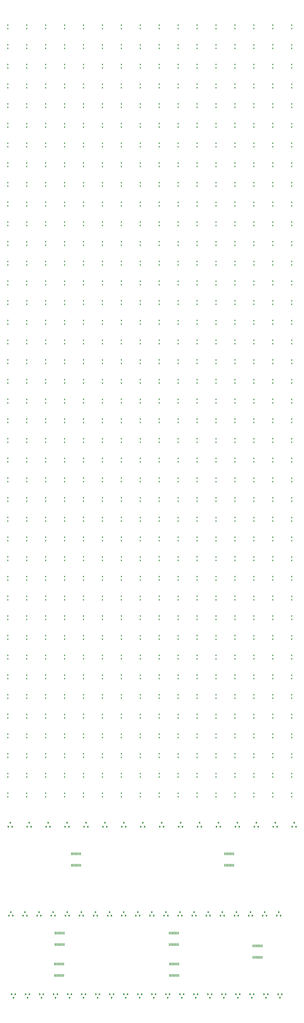
<source format=gbp>
G04 Layer_Color=128*
%FSLAX25Y25*%
%MOIN*%
G70*
G01*
G75*
%ADD16R,0.03157X0.03827*%
%ADD17R,0.01400X0.05800*%
%ADD18R,0.03150X0.03543*%
%ADD19R,0.01968X0.03150*%
D16*
X4263781Y2291984D02*
D03*
X4260041Y2285016D02*
D03*
X4267521D02*
D03*
X4292083Y2291984D02*
D03*
X4288343Y2285016D02*
D03*
X4295823D02*
D03*
X4320385Y2291984D02*
D03*
X4316645Y2285016D02*
D03*
X4324125D02*
D03*
X4348687Y2291984D02*
D03*
X4344947Y2285016D02*
D03*
X4352428D02*
D03*
X4376990Y2291984D02*
D03*
X4373249Y2285016D02*
D03*
X4380730D02*
D03*
X4433594Y2291984D02*
D03*
X4429853Y2285016D02*
D03*
X4437334D02*
D03*
X4461896Y2291984D02*
D03*
X4458155Y2285016D02*
D03*
X4465636D02*
D03*
X4490198Y2291984D02*
D03*
X4486458Y2285016D02*
D03*
X4493938D02*
D03*
X4518500Y2291984D02*
D03*
X4514760Y2285016D02*
D03*
X4522240D02*
D03*
X4546802Y2291984D02*
D03*
X4543062Y2285016D02*
D03*
X4550542D02*
D03*
X4575104Y2291984D02*
D03*
X4571364Y2285016D02*
D03*
X4578844D02*
D03*
X4603407Y2291984D02*
D03*
X4599666Y2285016D02*
D03*
X4607146D02*
D03*
X4631709Y2291984D02*
D03*
X4627968Y2285016D02*
D03*
X4635448D02*
D03*
X4660011Y2291984D02*
D03*
X4656270Y2285016D02*
D03*
X4663750D02*
D03*
X4688313Y2291984D02*
D03*
X4684572Y2285016D02*
D03*
X4692053D02*
D03*
X4716615Y2291984D02*
D03*
X4712875Y2285016D02*
D03*
X4720355D02*
D03*
X4744917Y2291984D02*
D03*
X4741177Y2285016D02*
D03*
X4748657D02*
D03*
X4773219Y2291984D02*
D03*
X4769479Y2285016D02*
D03*
X4776959D02*
D03*
X4801521Y2291984D02*
D03*
X4797781Y2285016D02*
D03*
X4805261D02*
D03*
X4804000Y2120516D02*
D03*
X4807740Y2127484D02*
D03*
X4800260D02*
D03*
X4775842Y2120516D02*
D03*
X4779582Y2127484D02*
D03*
X4772102D02*
D03*
X4747684Y2120516D02*
D03*
X4751424Y2127484D02*
D03*
X4743944D02*
D03*
X4719526Y2120516D02*
D03*
X4723266Y2127484D02*
D03*
X4715786D02*
D03*
X4691368Y2120516D02*
D03*
X4695108Y2127484D02*
D03*
X4687628D02*
D03*
X4663210Y2120516D02*
D03*
X4666951Y2127484D02*
D03*
X4659470D02*
D03*
X4635052Y2120516D02*
D03*
X4638793Y2127484D02*
D03*
X4631313D02*
D03*
X4606895Y2120516D02*
D03*
X4610635Y2127484D02*
D03*
X4603155D02*
D03*
X4578737Y2120516D02*
D03*
X4582477Y2127484D02*
D03*
X4574997D02*
D03*
X4550579Y2120516D02*
D03*
X4554319Y2127484D02*
D03*
X4546839D02*
D03*
X4522421Y2120516D02*
D03*
X4526161Y2127484D02*
D03*
X4518681D02*
D03*
X4494263Y2120516D02*
D03*
X4498003Y2127484D02*
D03*
X4490523D02*
D03*
X4466105Y2120516D02*
D03*
X4469846Y2127484D02*
D03*
X4462365D02*
D03*
X4437947Y2120516D02*
D03*
X4441687Y2127484D02*
D03*
X4434207D02*
D03*
X4409789Y2120516D02*
D03*
X4413530Y2127484D02*
D03*
X4406049D02*
D03*
X4381631Y2120516D02*
D03*
X4385372Y2127484D02*
D03*
X4377892D02*
D03*
X4353474Y2120516D02*
D03*
X4357214Y2127484D02*
D03*
X4349734D02*
D03*
X4325316Y2120516D02*
D03*
X4329056Y2127484D02*
D03*
X4321576D02*
D03*
X4297158Y2120516D02*
D03*
X4300898Y2127484D02*
D03*
X4293418D02*
D03*
X4269000Y2120516D02*
D03*
X4272740Y2127484D02*
D03*
X4265260D02*
D03*
X4405292Y2291984D02*
D03*
X4401551Y2285016D02*
D03*
X4409032D02*
D03*
D17*
X4385500Y2409000D02*
D03*
X4388100D02*
D03*
X4390700D02*
D03*
X4393200D02*
D03*
X4395800D02*
D03*
X4398300D02*
D03*
X4400900D02*
D03*
X4403500D02*
D03*
Y2386000D02*
D03*
X4400900D02*
D03*
X4398300D02*
D03*
X4395800D02*
D03*
X4393200D02*
D03*
X4390700D02*
D03*
X4388100D02*
D03*
X4385500D02*
D03*
X4693000Y2409000D02*
D03*
X4695600D02*
D03*
X4698200D02*
D03*
X4700700D02*
D03*
X4703300D02*
D03*
X4705800D02*
D03*
X4708400D02*
D03*
X4711000D02*
D03*
Y2386000D02*
D03*
X4708400D02*
D03*
X4705800D02*
D03*
X4703300D02*
D03*
X4700700D02*
D03*
X4698200D02*
D03*
X4695600D02*
D03*
X4693000D02*
D03*
X4351500Y2188000D02*
D03*
X4354100D02*
D03*
X4356700D02*
D03*
X4359200D02*
D03*
X4361800D02*
D03*
X4364300D02*
D03*
X4366900D02*
D03*
X4369500D02*
D03*
Y2165000D02*
D03*
X4366900D02*
D03*
X4364300D02*
D03*
X4361800D02*
D03*
X4359200D02*
D03*
X4356700D02*
D03*
X4354100D02*
D03*
X4351500D02*
D03*
X4582500Y2188000D02*
D03*
X4585100D02*
D03*
X4587700D02*
D03*
X4590200D02*
D03*
X4592800D02*
D03*
X4595300D02*
D03*
X4597900D02*
D03*
X4600500D02*
D03*
Y2165000D02*
D03*
X4597900D02*
D03*
X4595300D02*
D03*
X4592800D02*
D03*
X4590200D02*
D03*
X4587700D02*
D03*
X4585100D02*
D03*
X4582500D02*
D03*
X4768000Y2201500D02*
D03*
X4765400D02*
D03*
X4762800D02*
D03*
X4760300D02*
D03*
X4757700D02*
D03*
X4755200D02*
D03*
X4752600D02*
D03*
X4750000D02*
D03*
Y2224500D02*
D03*
X4752600D02*
D03*
X4755200D02*
D03*
X4757700D02*
D03*
X4760300D02*
D03*
X4762800D02*
D03*
X4765400D02*
D03*
X4768000D02*
D03*
X4582000Y2250000D02*
D03*
X4584600D02*
D03*
X4587200D02*
D03*
X4589700D02*
D03*
X4592300D02*
D03*
X4594800D02*
D03*
X4597400D02*
D03*
X4600000D02*
D03*
Y2227000D02*
D03*
X4597400D02*
D03*
X4594800D02*
D03*
X4592300D02*
D03*
X4589700D02*
D03*
X4587200D02*
D03*
X4584600D02*
D03*
X4582000D02*
D03*
X4352500Y2250000D02*
D03*
X4355100D02*
D03*
X4357700D02*
D03*
X4360200D02*
D03*
X4362800D02*
D03*
X4365300D02*
D03*
X4367900D02*
D03*
X4370500D02*
D03*
Y2227000D02*
D03*
X4367900D02*
D03*
X4365300D02*
D03*
X4362800D02*
D03*
X4360200D02*
D03*
X4357700D02*
D03*
X4355100D02*
D03*
X4352500D02*
D03*
D18*
X4836240Y2463563D02*
D03*
X4828760D02*
D03*
X4832500Y2471437D02*
D03*
X4798240Y2463563D02*
D03*
X4790760D02*
D03*
X4794500Y2471437D02*
D03*
X4760240Y2463563D02*
D03*
X4752760D02*
D03*
X4756500Y2471437D02*
D03*
X4722240Y2463563D02*
D03*
X4714760D02*
D03*
X4718500Y2471437D02*
D03*
X4684240Y2463563D02*
D03*
X4676760D02*
D03*
X4680500Y2471437D02*
D03*
X4646240Y2463563D02*
D03*
X4638760D02*
D03*
X4642500Y2471437D02*
D03*
X4608240Y2463563D02*
D03*
X4600760D02*
D03*
X4604500Y2471437D02*
D03*
X4570240Y2463563D02*
D03*
X4562760D02*
D03*
X4566500Y2471437D02*
D03*
X4532240Y2463563D02*
D03*
X4524760D02*
D03*
X4528500Y2471437D02*
D03*
X4494240Y2463563D02*
D03*
X4486760D02*
D03*
X4490500Y2471437D02*
D03*
X4456240Y2463563D02*
D03*
X4448760D02*
D03*
X4452500Y2471437D02*
D03*
X4418240Y2463563D02*
D03*
X4410760D02*
D03*
X4414500Y2471437D02*
D03*
X4380240Y2463563D02*
D03*
X4372760D02*
D03*
X4376500Y2471437D02*
D03*
X4342240Y2463563D02*
D03*
X4334760D02*
D03*
X4338500Y2471437D02*
D03*
X4304240Y2463563D02*
D03*
X4296760D02*
D03*
X4300500Y2471437D02*
D03*
X4266240Y2463563D02*
D03*
X4258760D02*
D03*
X4262500Y2471437D02*
D03*
D19*
X4257500Y2530587D02*
D03*
Y2523500D02*
D03*
Y2570087D02*
D03*
Y2563000D02*
D03*
Y2609587D02*
D03*
Y2602500D02*
D03*
Y2649087D02*
D03*
Y2642000D02*
D03*
Y2688587D02*
D03*
Y2681500D02*
D03*
Y2728087D02*
D03*
Y2721000D02*
D03*
Y2767587D02*
D03*
Y2760500D02*
D03*
Y2807087D02*
D03*
Y2800000D02*
D03*
Y2846587D02*
D03*
Y2839500D02*
D03*
Y3162587D02*
D03*
Y3155500D02*
D03*
Y3478587D02*
D03*
Y3471500D02*
D03*
Y3794630D02*
D03*
Y3787543D02*
D03*
Y2886087D02*
D03*
Y2879000D02*
D03*
Y3202087D02*
D03*
Y3195000D02*
D03*
Y3518087D02*
D03*
Y3511000D02*
D03*
Y3834130D02*
D03*
Y3827043D02*
D03*
Y2925587D02*
D03*
Y2918500D02*
D03*
Y3241587D02*
D03*
Y3234500D02*
D03*
Y3557587D02*
D03*
Y3550500D02*
D03*
Y3873630D02*
D03*
Y3866543D02*
D03*
Y2965087D02*
D03*
Y2958000D02*
D03*
Y3281087D02*
D03*
Y3274000D02*
D03*
Y3597087D02*
D03*
Y3590000D02*
D03*
Y3913130D02*
D03*
Y3906043D02*
D03*
Y3004587D02*
D03*
Y2997500D02*
D03*
Y3320587D02*
D03*
Y3313500D02*
D03*
Y3636587D02*
D03*
Y3629500D02*
D03*
Y3952630D02*
D03*
Y3945543D02*
D03*
Y3044087D02*
D03*
Y3037000D02*
D03*
Y3360086D02*
D03*
Y3353000D02*
D03*
Y3676086D02*
D03*
Y3669000D02*
D03*
Y3992130D02*
D03*
Y3985043D02*
D03*
Y3083587D02*
D03*
Y3076500D02*
D03*
Y3399586D02*
D03*
Y3392500D02*
D03*
Y3715586D02*
D03*
Y3708500D02*
D03*
Y4031630D02*
D03*
Y4024543D02*
D03*
Y3123087D02*
D03*
Y3116000D02*
D03*
Y3439087D02*
D03*
Y3432000D02*
D03*
Y3755087D02*
D03*
Y3748000D02*
D03*
Y4071130D02*
D03*
Y4064043D02*
D03*
X4295500Y2530543D02*
D03*
Y2523457D02*
D03*
Y2570043D02*
D03*
Y2562957D02*
D03*
Y2609543D02*
D03*
Y2602457D02*
D03*
Y2649043D02*
D03*
Y2641957D02*
D03*
Y2688543D02*
D03*
Y2681457D02*
D03*
Y2728043D02*
D03*
Y2720957D02*
D03*
Y2767543D02*
D03*
Y2760457D02*
D03*
Y2807043D02*
D03*
Y2799957D02*
D03*
Y2846543D02*
D03*
Y2839457D02*
D03*
Y3162543D02*
D03*
Y3155457D02*
D03*
Y3478543D02*
D03*
Y3471457D02*
D03*
Y3794543D02*
D03*
Y3787457D02*
D03*
Y2886043D02*
D03*
Y2878957D02*
D03*
Y3202043D02*
D03*
Y3194957D02*
D03*
Y3518043D02*
D03*
Y3510957D02*
D03*
Y3834043D02*
D03*
Y3826957D02*
D03*
Y2925543D02*
D03*
Y2918457D02*
D03*
Y3241543D02*
D03*
Y3234457D02*
D03*
Y3557543D02*
D03*
Y3550457D02*
D03*
Y3873543D02*
D03*
Y3866457D02*
D03*
Y2965043D02*
D03*
Y2957957D02*
D03*
Y3281043D02*
D03*
Y3273957D02*
D03*
Y3597043D02*
D03*
Y3589957D02*
D03*
Y3913043D02*
D03*
Y3905957D02*
D03*
Y3004543D02*
D03*
Y2997457D02*
D03*
Y3320543D02*
D03*
Y3313457D02*
D03*
Y3636543D02*
D03*
Y3629457D02*
D03*
Y3952543D02*
D03*
Y3945457D02*
D03*
Y3044043D02*
D03*
Y3036957D02*
D03*
Y3360043D02*
D03*
Y3352957D02*
D03*
Y3676043D02*
D03*
Y3668957D02*
D03*
Y3992043D02*
D03*
Y3984957D02*
D03*
Y3083543D02*
D03*
Y3076457D02*
D03*
Y3399543D02*
D03*
Y3392457D02*
D03*
Y3715543D02*
D03*
Y3708457D02*
D03*
Y4031543D02*
D03*
Y4024457D02*
D03*
Y3123043D02*
D03*
Y3115957D02*
D03*
Y3439043D02*
D03*
Y3431957D02*
D03*
Y3755043D02*
D03*
Y3747957D02*
D03*
Y4071043D02*
D03*
Y4063957D02*
D03*
X4333500Y2530587D02*
D03*
Y2523500D02*
D03*
Y2570087D02*
D03*
Y2563000D02*
D03*
Y2609587D02*
D03*
Y2602500D02*
D03*
Y2649087D02*
D03*
Y2642000D02*
D03*
Y2688587D02*
D03*
Y2681500D02*
D03*
Y2728087D02*
D03*
Y2721000D02*
D03*
Y2767587D02*
D03*
Y2760500D02*
D03*
Y2807087D02*
D03*
Y2800000D02*
D03*
Y2846587D02*
D03*
Y2839500D02*
D03*
Y3162587D02*
D03*
Y3155500D02*
D03*
Y3478587D02*
D03*
Y3471500D02*
D03*
Y3794630D02*
D03*
Y3787543D02*
D03*
Y2886087D02*
D03*
Y2879000D02*
D03*
Y3202087D02*
D03*
Y3195000D02*
D03*
Y3518087D02*
D03*
Y3511000D02*
D03*
Y3834130D02*
D03*
Y3827043D02*
D03*
Y2925587D02*
D03*
Y2918500D02*
D03*
Y3241587D02*
D03*
Y3234500D02*
D03*
Y3557587D02*
D03*
Y3550500D02*
D03*
Y3873630D02*
D03*
Y3866543D02*
D03*
Y2965087D02*
D03*
Y2958000D02*
D03*
Y3281087D02*
D03*
Y3274000D02*
D03*
Y3597087D02*
D03*
Y3590000D02*
D03*
Y3913130D02*
D03*
Y3906043D02*
D03*
Y3004587D02*
D03*
Y2997500D02*
D03*
Y3320587D02*
D03*
Y3313500D02*
D03*
Y3636587D02*
D03*
Y3629500D02*
D03*
Y3952630D02*
D03*
Y3945543D02*
D03*
Y3044087D02*
D03*
Y3037000D02*
D03*
Y3360086D02*
D03*
Y3353000D02*
D03*
Y3676086D02*
D03*
Y3669000D02*
D03*
Y3992130D02*
D03*
Y3985043D02*
D03*
Y3083587D02*
D03*
Y3076500D02*
D03*
Y3399586D02*
D03*
Y3392500D02*
D03*
Y3715586D02*
D03*
Y3708500D02*
D03*
Y4031630D02*
D03*
Y4024543D02*
D03*
Y3123087D02*
D03*
Y3116000D02*
D03*
Y3439087D02*
D03*
Y3432000D02*
D03*
Y3755087D02*
D03*
Y3748000D02*
D03*
Y4071130D02*
D03*
Y4064043D02*
D03*
X4371500Y2530543D02*
D03*
Y2523457D02*
D03*
Y2570043D02*
D03*
Y2562957D02*
D03*
Y2609543D02*
D03*
Y2602457D02*
D03*
Y2649043D02*
D03*
Y2641957D02*
D03*
Y2688543D02*
D03*
Y2681457D02*
D03*
Y2728043D02*
D03*
Y2720957D02*
D03*
Y2767543D02*
D03*
Y2760457D02*
D03*
Y2807043D02*
D03*
Y2799957D02*
D03*
Y2846543D02*
D03*
Y2839457D02*
D03*
Y3162543D02*
D03*
Y3155457D02*
D03*
Y3478543D02*
D03*
Y3471457D02*
D03*
Y3794543D02*
D03*
Y3787457D02*
D03*
Y2886043D02*
D03*
Y2878957D02*
D03*
Y3202043D02*
D03*
Y3194957D02*
D03*
Y3518043D02*
D03*
Y3510957D02*
D03*
Y3834043D02*
D03*
Y3826957D02*
D03*
Y2925543D02*
D03*
Y2918457D02*
D03*
Y3241543D02*
D03*
Y3234457D02*
D03*
Y3557543D02*
D03*
Y3550457D02*
D03*
Y3873543D02*
D03*
Y3866457D02*
D03*
Y2965043D02*
D03*
Y2957957D02*
D03*
Y3281043D02*
D03*
Y3273957D02*
D03*
Y3597043D02*
D03*
Y3589957D02*
D03*
Y3913043D02*
D03*
Y3905957D02*
D03*
Y3004543D02*
D03*
Y2997457D02*
D03*
Y3320543D02*
D03*
Y3313457D02*
D03*
Y3636543D02*
D03*
Y3629457D02*
D03*
Y3952543D02*
D03*
Y3945457D02*
D03*
Y3044043D02*
D03*
Y3036957D02*
D03*
Y3360043D02*
D03*
Y3352957D02*
D03*
Y3676043D02*
D03*
Y3668957D02*
D03*
Y3992043D02*
D03*
Y3984957D02*
D03*
Y3083543D02*
D03*
Y3076457D02*
D03*
Y3399543D02*
D03*
Y3392457D02*
D03*
Y3715543D02*
D03*
Y3708457D02*
D03*
Y4031543D02*
D03*
Y4024457D02*
D03*
Y3123043D02*
D03*
Y3115957D02*
D03*
Y3439043D02*
D03*
Y3431957D02*
D03*
Y3755043D02*
D03*
Y3747957D02*
D03*
Y4071043D02*
D03*
Y4063957D02*
D03*
X4409500Y2530587D02*
D03*
Y2523500D02*
D03*
Y2570087D02*
D03*
Y2563000D02*
D03*
Y2609587D02*
D03*
Y2602500D02*
D03*
Y2649087D02*
D03*
Y2642000D02*
D03*
Y2688587D02*
D03*
Y2681500D02*
D03*
Y2728087D02*
D03*
Y2721000D02*
D03*
Y2767587D02*
D03*
Y2760500D02*
D03*
Y2807087D02*
D03*
Y2800000D02*
D03*
Y2846587D02*
D03*
Y2839500D02*
D03*
Y3162587D02*
D03*
Y3155500D02*
D03*
Y3478587D02*
D03*
Y3471500D02*
D03*
Y3794630D02*
D03*
Y3787543D02*
D03*
Y2886087D02*
D03*
Y2879000D02*
D03*
Y3202087D02*
D03*
Y3195000D02*
D03*
Y3518087D02*
D03*
Y3511000D02*
D03*
Y3834130D02*
D03*
Y3827043D02*
D03*
Y2925587D02*
D03*
Y2918500D02*
D03*
Y3241587D02*
D03*
Y3234500D02*
D03*
Y3557587D02*
D03*
Y3550500D02*
D03*
Y3873630D02*
D03*
Y3866543D02*
D03*
Y2965087D02*
D03*
Y2958000D02*
D03*
Y3281087D02*
D03*
Y3274000D02*
D03*
Y3597087D02*
D03*
Y3590000D02*
D03*
Y3913130D02*
D03*
Y3906043D02*
D03*
Y3004587D02*
D03*
Y2997500D02*
D03*
Y3320587D02*
D03*
Y3313500D02*
D03*
Y3636587D02*
D03*
Y3629500D02*
D03*
Y3952630D02*
D03*
Y3945543D02*
D03*
Y3044087D02*
D03*
Y3037000D02*
D03*
Y3360086D02*
D03*
Y3353000D02*
D03*
Y3676086D02*
D03*
Y3669000D02*
D03*
Y3992130D02*
D03*
Y3985043D02*
D03*
Y3083587D02*
D03*
Y3076500D02*
D03*
Y3399586D02*
D03*
Y3392500D02*
D03*
Y3715586D02*
D03*
Y3708500D02*
D03*
Y4031630D02*
D03*
Y4024543D02*
D03*
Y3123087D02*
D03*
Y3116000D02*
D03*
Y3439087D02*
D03*
Y3432000D02*
D03*
Y3755087D02*
D03*
Y3748000D02*
D03*
Y4071130D02*
D03*
Y4064043D02*
D03*
X4447500Y2530543D02*
D03*
Y2523457D02*
D03*
Y2570043D02*
D03*
Y2562957D02*
D03*
Y2609543D02*
D03*
Y2602457D02*
D03*
Y2649043D02*
D03*
Y2641957D02*
D03*
Y2688543D02*
D03*
Y2681457D02*
D03*
Y2728043D02*
D03*
Y2720957D02*
D03*
Y2767543D02*
D03*
Y2760457D02*
D03*
Y2807043D02*
D03*
Y2799957D02*
D03*
Y2846543D02*
D03*
Y2839457D02*
D03*
Y3162543D02*
D03*
Y3155457D02*
D03*
Y3478543D02*
D03*
Y3471457D02*
D03*
Y3794543D02*
D03*
Y3787457D02*
D03*
Y2886043D02*
D03*
Y2878957D02*
D03*
Y3202043D02*
D03*
Y3194957D02*
D03*
Y3518043D02*
D03*
Y3510957D02*
D03*
Y3834043D02*
D03*
Y3826957D02*
D03*
Y2925543D02*
D03*
Y2918457D02*
D03*
Y3241543D02*
D03*
Y3234457D02*
D03*
Y3557543D02*
D03*
Y3550457D02*
D03*
Y3873543D02*
D03*
Y3866457D02*
D03*
Y2965043D02*
D03*
Y2957957D02*
D03*
Y3281043D02*
D03*
Y3273957D02*
D03*
Y3597043D02*
D03*
Y3589957D02*
D03*
Y3913043D02*
D03*
Y3905957D02*
D03*
Y3004543D02*
D03*
Y2997457D02*
D03*
Y3320543D02*
D03*
Y3313457D02*
D03*
Y3636543D02*
D03*
Y3629457D02*
D03*
Y3952543D02*
D03*
Y3945457D02*
D03*
Y3044043D02*
D03*
Y3036957D02*
D03*
Y3360043D02*
D03*
Y3352957D02*
D03*
Y3676043D02*
D03*
Y3668957D02*
D03*
Y3992043D02*
D03*
Y3984957D02*
D03*
Y3083543D02*
D03*
Y3076457D02*
D03*
Y3399543D02*
D03*
Y3392457D02*
D03*
Y3715543D02*
D03*
Y3708457D02*
D03*
Y4031543D02*
D03*
Y4024457D02*
D03*
Y3123043D02*
D03*
Y3115957D02*
D03*
Y3439043D02*
D03*
Y3431957D02*
D03*
Y3755043D02*
D03*
Y3747957D02*
D03*
Y4071043D02*
D03*
Y4063957D02*
D03*
X4485500Y2530587D02*
D03*
Y2523500D02*
D03*
Y2570087D02*
D03*
Y2563000D02*
D03*
Y2609587D02*
D03*
Y2602500D02*
D03*
Y2649087D02*
D03*
Y2642000D02*
D03*
Y2688587D02*
D03*
Y2681500D02*
D03*
Y2728087D02*
D03*
Y2721000D02*
D03*
Y2767587D02*
D03*
Y2760500D02*
D03*
Y2807087D02*
D03*
Y2800000D02*
D03*
Y2846587D02*
D03*
Y2839500D02*
D03*
Y3162587D02*
D03*
Y3155500D02*
D03*
Y3478587D02*
D03*
Y3471500D02*
D03*
Y3794630D02*
D03*
Y3787543D02*
D03*
Y2886087D02*
D03*
Y2879000D02*
D03*
Y3202087D02*
D03*
Y3195000D02*
D03*
Y3518087D02*
D03*
Y3511000D02*
D03*
Y3834130D02*
D03*
Y3827043D02*
D03*
Y2925587D02*
D03*
Y2918500D02*
D03*
Y3241587D02*
D03*
Y3234500D02*
D03*
Y3557587D02*
D03*
Y3550500D02*
D03*
Y3873630D02*
D03*
Y3866543D02*
D03*
Y2965087D02*
D03*
Y2958000D02*
D03*
Y3281087D02*
D03*
Y3274000D02*
D03*
Y3597087D02*
D03*
Y3590000D02*
D03*
Y3913130D02*
D03*
Y3906043D02*
D03*
Y3004587D02*
D03*
Y2997500D02*
D03*
Y3320587D02*
D03*
Y3313500D02*
D03*
Y3636587D02*
D03*
Y3629500D02*
D03*
Y3952630D02*
D03*
Y3945543D02*
D03*
Y3044087D02*
D03*
Y3037000D02*
D03*
Y3360086D02*
D03*
Y3353000D02*
D03*
Y3676086D02*
D03*
Y3669000D02*
D03*
Y3992130D02*
D03*
Y3985043D02*
D03*
Y3083587D02*
D03*
Y3076500D02*
D03*
Y3399586D02*
D03*
Y3392500D02*
D03*
Y3715586D02*
D03*
Y3708500D02*
D03*
Y4031630D02*
D03*
Y4024543D02*
D03*
Y3123087D02*
D03*
Y3116000D02*
D03*
Y3439087D02*
D03*
Y3432000D02*
D03*
Y3755087D02*
D03*
Y3748000D02*
D03*
Y4071130D02*
D03*
Y4064043D02*
D03*
X4523500Y2530543D02*
D03*
Y2523457D02*
D03*
Y2570043D02*
D03*
Y2562957D02*
D03*
Y2609543D02*
D03*
Y2602457D02*
D03*
Y2649043D02*
D03*
Y2641957D02*
D03*
Y2688543D02*
D03*
Y2681457D02*
D03*
Y2728043D02*
D03*
Y2720957D02*
D03*
Y2767543D02*
D03*
Y2760457D02*
D03*
Y2807043D02*
D03*
Y2799957D02*
D03*
Y2846543D02*
D03*
Y2839457D02*
D03*
Y3162543D02*
D03*
Y3155457D02*
D03*
Y3478543D02*
D03*
Y3471457D02*
D03*
Y3794543D02*
D03*
Y3787457D02*
D03*
Y2886043D02*
D03*
Y2878957D02*
D03*
Y3202043D02*
D03*
Y3194957D02*
D03*
Y3518043D02*
D03*
Y3510957D02*
D03*
Y3834043D02*
D03*
Y3826957D02*
D03*
Y2925543D02*
D03*
Y2918457D02*
D03*
Y3241543D02*
D03*
Y3234457D02*
D03*
Y3557543D02*
D03*
Y3550457D02*
D03*
Y3873543D02*
D03*
Y3866457D02*
D03*
Y2965043D02*
D03*
Y2957957D02*
D03*
Y3281043D02*
D03*
Y3273957D02*
D03*
Y3597043D02*
D03*
Y3589957D02*
D03*
Y3913043D02*
D03*
Y3905957D02*
D03*
Y3004543D02*
D03*
Y2997457D02*
D03*
Y3320543D02*
D03*
Y3313457D02*
D03*
Y3636543D02*
D03*
Y3629457D02*
D03*
Y3952543D02*
D03*
Y3945457D02*
D03*
Y3044043D02*
D03*
Y3036957D02*
D03*
Y3360043D02*
D03*
Y3352957D02*
D03*
Y3676043D02*
D03*
Y3668957D02*
D03*
Y3992043D02*
D03*
Y3984957D02*
D03*
Y3083543D02*
D03*
Y3076457D02*
D03*
Y3399543D02*
D03*
Y3392457D02*
D03*
Y3715543D02*
D03*
Y3708457D02*
D03*
Y4031543D02*
D03*
Y4024457D02*
D03*
Y3123043D02*
D03*
Y3115957D02*
D03*
Y3439043D02*
D03*
Y3431957D02*
D03*
Y3755043D02*
D03*
Y3747957D02*
D03*
Y4071043D02*
D03*
Y4063957D02*
D03*
X4561500Y2530587D02*
D03*
Y2523500D02*
D03*
Y2570087D02*
D03*
Y2563000D02*
D03*
Y2609587D02*
D03*
Y2602500D02*
D03*
Y2649087D02*
D03*
Y2642000D02*
D03*
Y2688587D02*
D03*
Y2681500D02*
D03*
Y2728087D02*
D03*
Y2721000D02*
D03*
Y2767587D02*
D03*
Y2760500D02*
D03*
Y2807087D02*
D03*
Y2800000D02*
D03*
Y2846587D02*
D03*
Y2839500D02*
D03*
Y3162587D02*
D03*
Y3155500D02*
D03*
Y3478587D02*
D03*
Y3471500D02*
D03*
Y3794630D02*
D03*
Y3787543D02*
D03*
Y2886087D02*
D03*
Y2879000D02*
D03*
Y3202087D02*
D03*
Y3195000D02*
D03*
Y3518087D02*
D03*
Y3511000D02*
D03*
Y3834130D02*
D03*
Y3827043D02*
D03*
Y2925587D02*
D03*
Y2918500D02*
D03*
Y3241587D02*
D03*
Y3234500D02*
D03*
Y3557587D02*
D03*
Y3550500D02*
D03*
Y3873630D02*
D03*
Y3866543D02*
D03*
Y2965087D02*
D03*
Y2958000D02*
D03*
Y3281087D02*
D03*
Y3274000D02*
D03*
Y3597087D02*
D03*
Y3590000D02*
D03*
Y3913130D02*
D03*
Y3906043D02*
D03*
Y3004587D02*
D03*
Y2997500D02*
D03*
Y3320587D02*
D03*
Y3313500D02*
D03*
Y3636587D02*
D03*
Y3629500D02*
D03*
Y3952630D02*
D03*
Y3945543D02*
D03*
Y3044087D02*
D03*
Y3037000D02*
D03*
Y3360086D02*
D03*
Y3353000D02*
D03*
Y3676086D02*
D03*
Y3669000D02*
D03*
Y3992130D02*
D03*
Y3985043D02*
D03*
Y3083587D02*
D03*
Y3076500D02*
D03*
Y3399586D02*
D03*
Y3392500D02*
D03*
Y3715586D02*
D03*
Y3708500D02*
D03*
Y4031630D02*
D03*
Y4024543D02*
D03*
Y3123087D02*
D03*
Y3116000D02*
D03*
Y3439087D02*
D03*
Y3432000D02*
D03*
Y3755087D02*
D03*
Y3748000D02*
D03*
Y4071130D02*
D03*
Y4064043D02*
D03*
X4599500Y2530543D02*
D03*
Y2523457D02*
D03*
Y2570043D02*
D03*
Y2562957D02*
D03*
Y2609543D02*
D03*
Y2602457D02*
D03*
Y2649043D02*
D03*
Y2641957D02*
D03*
Y2688543D02*
D03*
Y2681457D02*
D03*
Y2728043D02*
D03*
Y2720957D02*
D03*
Y2767543D02*
D03*
Y2760457D02*
D03*
Y2807043D02*
D03*
Y2799957D02*
D03*
Y2846543D02*
D03*
Y2839457D02*
D03*
Y3162543D02*
D03*
Y3155457D02*
D03*
Y3478543D02*
D03*
Y3471457D02*
D03*
Y3794543D02*
D03*
Y3787457D02*
D03*
Y2886043D02*
D03*
Y2878957D02*
D03*
Y3202043D02*
D03*
Y3194957D02*
D03*
Y3518043D02*
D03*
Y3510957D02*
D03*
Y3834043D02*
D03*
Y3826957D02*
D03*
Y2925543D02*
D03*
Y2918457D02*
D03*
Y3241543D02*
D03*
Y3234457D02*
D03*
Y3557543D02*
D03*
Y3550457D02*
D03*
Y3873543D02*
D03*
Y3866457D02*
D03*
Y2965043D02*
D03*
Y2957957D02*
D03*
Y3281043D02*
D03*
Y3273957D02*
D03*
Y3597043D02*
D03*
Y3589957D02*
D03*
Y3913043D02*
D03*
Y3905957D02*
D03*
Y3004543D02*
D03*
Y2997457D02*
D03*
Y3320543D02*
D03*
Y3313457D02*
D03*
Y3636543D02*
D03*
Y3629457D02*
D03*
Y3952543D02*
D03*
Y3945457D02*
D03*
Y3044043D02*
D03*
Y3036957D02*
D03*
Y3360043D02*
D03*
Y3352957D02*
D03*
Y3676043D02*
D03*
Y3668957D02*
D03*
Y3992043D02*
D03*
Y3984957D02*
D03*
Y3083543D02*
D03*
Y3076457D02*
D03*
Y3399543D02*
D03*
Y3392457D02*
D03*
Y3715543D02*
D03*
Y3708457D02*
D03*
Y4031543D02*
D03*
Y4024457D02*
D03*
Y3123043D02*
D03*
Y3115957D02*
D03*
Y3439043D02*
D03*
Y3431957D02*
D03*
Y3755043D02*
D03*
Y3747957D02*
D03*
Y4071043D02*
D03*
Y4063957D02*
D03*
X4637500Y2530587D02*
D03*
Y2523500D02*
D03*
Y2570087D02*
D03*
Y2563000D02*
D03*
Y2609587D02*
D03*
Y2602500D02*
D03*
Y2649087D02*
D03*
Y2642000D02*
D03*
Y2688587D02*
D03*
Y2681500D02*
D03*
Y2728087D02*
D03*
Y2721000D02*
D03*
Y2767587D02*
D03*
Y2760500D02*
D03*
Y2807087D02*
D03*
Y2800000D02*
D03*
Y2846587D02*
D03*
Y2839500D02*
D03*
Y3162587D02*
D03*
Y3155500D02*
D03*
Y3478587D02*
D03*
Y3471500D02*
D03*
Y3794630D02*
D03*
Y3787543D02*
D03*
Y2886087D02*
D03*
Y2879000D02*
D03*
Y3202087D02*
D03*
Y3195000D02*
D03*
Y3518087D02*
D03*
Y3511000D02*
D03*
Y3834130D02*
D03*
Y3827043D02*
D03*
Y2925587D02*
D03*
Y2918500D02*
D03*
Y3241587D02*
D03*
Y3234500D02*
D03*
Y3557587D02*
D03*
Y3550500D02*
D03*
Y3873630D02*
D03*
Y3866543D02*
D03*
Y2965087D02*
D03*
Y2958000D02*
D03*
Y3281087D02*
D03*
Y3274000D02*
D03*
Y3597087D02*
D03*
Y3590000D02*
D03*
Y3913130D02*
D03*
Y3906043D02*
D03*
Y3004587D02*
D03*
Y2997500D02*
D03*
Y3320587D02*
D03*
Y3313500D02*
D03*
Y3636587D02*
D03*
Y3629500D02*
D03*
Y3952630D02*
D03*
Y3945543D02*
D03*
Y3044087D02*
D03*
Y3037000D02*
D03*
Y3360086D02*
D03*
Y3353000D02*
D03*
Y3676086D02*
D03*
Y3669000D02*
D03*
Y3992130D02*
D03*
Y3985043D02*
D03*
Y3083587D02*
D03*
Y3076500D02*
D03*
Y3399586D02*
D03*
Y3392500D02*
D03*
Y3715586D02*
D03*
Y3708500D02*
D03*
Y4031630D02*
D03*
Y4024543D02*
D03*
Y3123087D02*
D03*
Y3116000D02*
D03*
Y3439087D02*
D03*
Y3432000D02*
D03*
Y3755087D02*
D03*
Y3748000D02*
D03*
Y4071130D02*
D03*
Y4064043D02*
D03*
X4675500Y2530543D02*
D03*
Y2523457D02*
D03*
Y2570043D02*
D03*
Y2562957D02*
D03*
Y2609543D02*
D03*
Y2602457D02*
D03*
Y2649043D02*
D03*
Y2641957D02*
D03*
Y2688543D02*
D03*
Y2681457D02*
D03*
Y2728043D02*
D03*
Y2720957D02*
D03*
Y2767543D02*
D03*
Y2760457D02*
D03*
Y2807043D02*
D03*
Y2799957D02*
D03*
Y2846543D02*
D03*
Y2839457D02*
D03*
Y3162543D02*
D03*
Y3155457D02*
D03*
Y3478543D02*
D03*
Y3471457D02*
D03*
Y3794543D02*
D03*
Y3787457D02*
D03*
Y2886043D02*
D03*
Y2878957D02*
D03*
Y3202043D02*
D03*
Y3194957D02*
D03*
Y3518043D02*
D03*
Y3510957D02*
D03*
Y3834043D02*
D03*
Y3826957D02*
D03*
Y2925543D02*
D03*
Y2918457D02*
D03*
Y3241543D02*
D03*
Y3234457D02*
D03*
Y3557543D02*
D03*
Y3550457D02*
D03*
Y3873543D02*
D03*
Y3866457D02*
D03*
Y2965043D02*
D03*
Y2957957D02*
D03*
Y3281043D02*
D03*
Y3273957D02*
D03*
Y3597043D02*
D03*
Y3589957D02*
D03*
Y3913043D02*
D03*
Y3905957D02*
D03*
Y3004543D02*
D03*
Y2997457D02*
D03*
Y3320543D02*
D03*
Y3313457D02*
D03*
Y3636543D02*
D03*
Y3629457D02*
D03*
Y3952543D02*
D03*
Y3945457D02*
D03*
Y3044043D02*
D03*
Y3036957D02*
D03*
Y3360043D02*
D03*
Y3352957D02*
D03*
Y3676043D02*
D03*
Y3668957D02*
D03*
Y3992043D02*
D03*
Y3984957D02*
D03*
Y3083543D02*
D03*
Y3076457D02*
D03*
Y3399543D02*
D03*
Y3392457D02*
D03*
Y3715543D02*
D03*
Y3708457D02*
D03*
Y4031543D02*
D03*
Y4024457D02*
D03*
Y3123043D02*
D03*
Y3115957D02*
D03*
Y3439043D02*
D03*
Y3431957D02*
D03*
Y3755043D02*
D03*
Y3747957D02*
D03*
Y4071043D02*
D03*
Y4063957D02*
D03*
X4713500Y2530587D02*
D03*
Y2523500D02*
D03*
Y2570087D02*
D03*
Y2563000D02*
D03*
Y2609587D02*
D03*
Y2602500D02*
D03*
Y2649087D02*
D03*
Y2642000D02*
D03*
Y2688587D02*
D03*
Y2681500D02*
D03*
Y2728087D02*
D03*
Y2721000D02*
D03*
Y2767587D02*
D03*
Y2760500D02*
D03*
Y2807087D02*
D03*
Y2800000D02*
D03*
Y2846587D02*
D03*
Y2839500D02*
D03*
Y3162587D02*
D03*
Y3155500D02*
D03*
Y3478587D02*
D03*
Y3471500D02*
D03*
Y3794630D02*
D03*
Y3787543D02*
D03*
Y2886087D02*
D03*
Y2879000D02*
D03*
Y3202087D02*
D03*
Y3195000D02*
D03*
Y3518087D02*
D03*
Y3511000D02*
D03*
Y3834130D02*
D03*
Y3827043D02*
D03*
Y2925587D02*
D03*
Y2918500D02*
D03*
Y3241587D02*
D03*
Y3234500D02*
D03*
Y3557587D02*
D03*
Y3550500D02*
D03*
Y3873630D02*
D03*
Y3866543D02*
D03*
Y2965087D02*
D03*
Y2958000D02*
D03*
Y3281087D02*
D03*
Y3274000D02*
D03*
Y3597087D02*
D03*
Y3590000D02*
D03*
Y3913130D02*
D03*
Y3906043D02*
D03*
Y3004587D02*
D03*
Y2997500D02*
D03*
Y3320587D02*
D03*
Y3313500D02*
D03*
Y3636587D02*
D03*
Y3629500D02*
D03*
Y3952630D02*
D03*
Y3945543D02*
D03*
Y3044087D02*
D03*
Y3037000D02*
D03*
Y3360086D02*
D03*
Y3353000D02*
D03*
Y3676086D02*
D03*
Y3669000D02*
D03*
Y3992130D02*
D03*
Y3985043D02*
D03*
Y3083587D02*
D03*
Y3076500D02*
D03*
Y3399586D02*
D03*
Y3392500D02*
D03*
Y3715586D02*
D03*
Y3708500D02*
D03*
Y4031630D02*
D03*
Y4024543D02*
D03*
Y3123087D02*
D03*
Y3116000D02*
D03*
Y3439087D02*
D03*
Y3432000D02*
D03*
Y3755087D02*
D03*
Y3748000D02*
D03*
Y4071130D02*
D03*
Y4064043D02*
D03*
X4751500Y2530543D02*
D03*
Y2523457D02*
D03*
Y2570043D02*
D03*
Y2562957D02*
D03*
Y2609543D02*
D03*
Y2602457D02*
D03*
Y2649043D02*
D03*
Y2641957D02*
D03*
Y2688543D02*
D03*
Y2681457D02*
D03*
Y2728043D02*
D03*
Y2720957D02*
D03*
Y2767543D02*
D03*
Y2760457D02*
D03*
Y2807043D02*
D03*
Y2799957D02*
D03*
Y2846543D02*
D03*
Y2839457D02*
D03*
Y3162543D02*
D03*
Y3155457D02*
D03*
Y3478543D02*
D03*
Y3471457D02*
D03*
Y3794543D02*
D03*
Y3787457D02*
D03*
Y2886043D02*
D03*
Y2878957D02*
D03*
Y3202043D02*
D03*
Y3194957D02*
D03*
Y3518043D02*
D03*
Y3510957D02*
D03*
Y3834043D02*
D03*
Y3826957D02*
D03*
Y2925543D02*
D03*
Y2918457D02*
D03*
Y3241543D02*
D03*
Y3234457D02*
D03*
Y3557543D02*
D03*
Y3550457D02*
D03*
Y3873543D02*
D03*
Y3866457D02*
D03*
Y2965043D02*
D03*
Y2957957D02*
D03*
Y3281043D02*
D03*
Y3273957D02*
D03*
Y3597043D02*
D03*
Y3589957D02*
D03*
Y3913043D02*
D03*
Y3905957D02*
D03*
Y3004543D02*
D03*
Y2997457D02*
D03*
Y3320543D02*
D03*
Y3313457D02*
D03*
Y3636543D02*
D03*
Y3629457D02*
D03*
Y3952543D02*
D03*
Y3945457D02*
D03*
Y3044043D02*
D03*
Y3036957D02*
D03*
Y3360043D02*
D03*
Y3352957D02*
D03*
Y3676043D02*
D03*
Y3668957D02*
D03*
Y3992043D02*
D03*
Y3984957D02*
D03*
Y3083543D02*
D03*
Y3076457D02*
D03*
Y3399543D02*
D03*
Y3392457D02*
D03*
Y3715543D02*
D03*
Y3708457D02*
D03*
Y4031543D02*
D03*
Y4024457D02*
D03*
Y3123043D02*
D03*
Y3115957D02*
D03*
Y3439043D02*
D03*
Y3431957D02*
D03*
Y3755043D02*
D03*
Y3747957D02*
D03*
Y4071043D02*
D03*
Y4063957D02*
D03*
X4789500Y2530587D02*
D03*
Y2523500D02*
D03*
Y2570087D02*
D03*
Y2563000D02*
D03*
Y2609587D02*
D03*
Y2602500D02*
D03*
Y2649087D02*
D03*
Y2642000D02*
D03*
Y2688587D02*
D03*
Y2681500D02*
D03*
Y2728087D02*
D03*
Y2721000D02*
D03*
Y2767587D02*
D03*
Y2760500D02*
D03*
Y2807087D02*
D03*
Y2800000D02*
D03*
Y2846587D02*
D03*
Y2839500D02*
D03*
Y3162587D02*
D03*
Y3155500D02*
D03*
Y3478587D02*
D03*
Y3471500D02*
D03*
Y3794630D02*
D03*
Y3787543D02*
D03*
Y2886087D02*
D03*
Y2879000D02*
D03*
Y3202087D02*
D03*
Y3195000D02*
D03*
Y3518087D02*
D03*
Y3511000D02*
D03*
Y3834130D02*
D03*
Y3827043D02*
D03*
Y2925587D02*
D03*
Y2918500D02*
D03*
Y3241587D02*
D03*
Y3234500D02*
D03*
Y3557587D02*
D03*
Y3550500D02*
D03*
Y3873630D02*
D03*
Y3866543D02*
D03*
Y2965087D02*
D03*
Y2958000D02*
D03*
Y3281087D02*
D03*
Y3274000D02*
D03*
Y3597087D02*
D03*
Y3590000D02*
D03*
Y3913130D02*
D03*
Y3906043D02*
D03*
Y3004587D02*
D03*
Y2997500D02*
D03*
Y3320587D02*
D03*
Y3313500D02*
D03*
Y3636587D02*
D03*
Y3629500D02*
D03*
Y3952630D02*
D03*
Y3945543D02*
D03*
Y3044087D02*
D03*
Y3037000D02*
D03*
Y3360086D02*
D03*
Y3353000D02*
D03*
Y3676086D02*
D03*
Y3669000D02*
D03*
Y3992130D02*
D03*
Y3985043D02*
D03*
Y3083587D02*
D03*
Y3076500D02*
D03*
Y3399586D02*
D03*
Y3392500D02*
D03*
Y3715586D02*
D03*
Y3708500D02*
D03*
Y4031630D02*
D03*
Y4024543D02*
D03*
Y3123087D02*
D03*
Y3116000D02*
D03*
Y3439087D02*
D03*
Y3432000D02*
D03*
Y3755087D02*
D03*
Y3748000D02*
D03*
Y4071130D02*
D03*
Y4064043D02*
D03*
X4827500Y2530543D02*
D03*
Y2523457D02*
D03*
Y2570043D02*
D03*
Y2562957D02*
D03*
Y2609543D02*
D03*
Y2602457D02*
D03*
Y2649043D02*
D03*
Y2641957D02*
D03*
Y2688543D02*
D03*
Y2681457D02*
D03*
Y2728043D02*
D03*
Y2720957D02*
D03*
Y2767543D02*
D03*
Y2760457D02*
D03*
Y2807043D02*
D03*
Y2799957D02*
D03*
Y2846543D02*
D03*
Y2839457D02*
D03*
Y3162543D02*
D03*
Y3155457D02*
D03*
Y3478543D02*
D03*
Y3471457D02*
D03*
Y3794543D02*
D03*
Y3787457D02*
D03*
Y2886043D02*
D03*
Y2878957D02*
D03*
Y3202043D02*
D03*
Y3194957D02*
D03*
Y3518043D02*
D03*
Y3510957D02*
D03*
Y3834043D02*
D03*
Y3826957D02*
D03*
Y2925543D02*
D03*
Y2918457D02*
D03*
Y3241543D02*
D03*
Y3234457D02*
D03*
Y3557543D02*
D03*
Y3550457D02*
D03*
Y3873543D02*
D03*
Y3866457D02*
D03*
Y2965043D02*
D03*
Y2957957D02*
D03*
Y3281043D02*
D03*
Y3273957D02*
D03*
Y3597043D02*
D03*
Y3589957D02*
D03*
Y3913043D02*
D03*
Y3905957D02*
D03*
Y3004543D02*
D03*
Y2997457D02*
D03*
Y3320543D02*
D03*
Y3313457D02*
D03*
Y3636543D02*
D03*
Y3629457D02*
D03*
Y3952543D02*
D03*
Y3945457D02*
D03*
Y3044043D02*
D03*
Y3036957D02*
D03*
Y3360043D02*
D03*
Y3352957D02*
D03*
Y3676043D02*
D03*
Y3668957D02*
D03*
Y3992043D02*
D03*
Y3984957D02*
D03*
Y3083543D02*
D03*
Y3076457D02*
D03*
Y3399543D02*
D03*
Y3392457D02*
D03*
Y3715543D02*
D03*
Y3708457D02*
D03*
Y4031543D02*
D03*
Y4024457D02*
D03*
Y3123043D02*
D03*
Y3115957D02*
D03*
Y3439043D02*
D03*
Y3431957D02*
D03*
Y3755043D02*
D03*
Y3747957D02*
D03*
Y4071043D02*
D03*
Y4063957D02*
D03*
M02*

</source>
